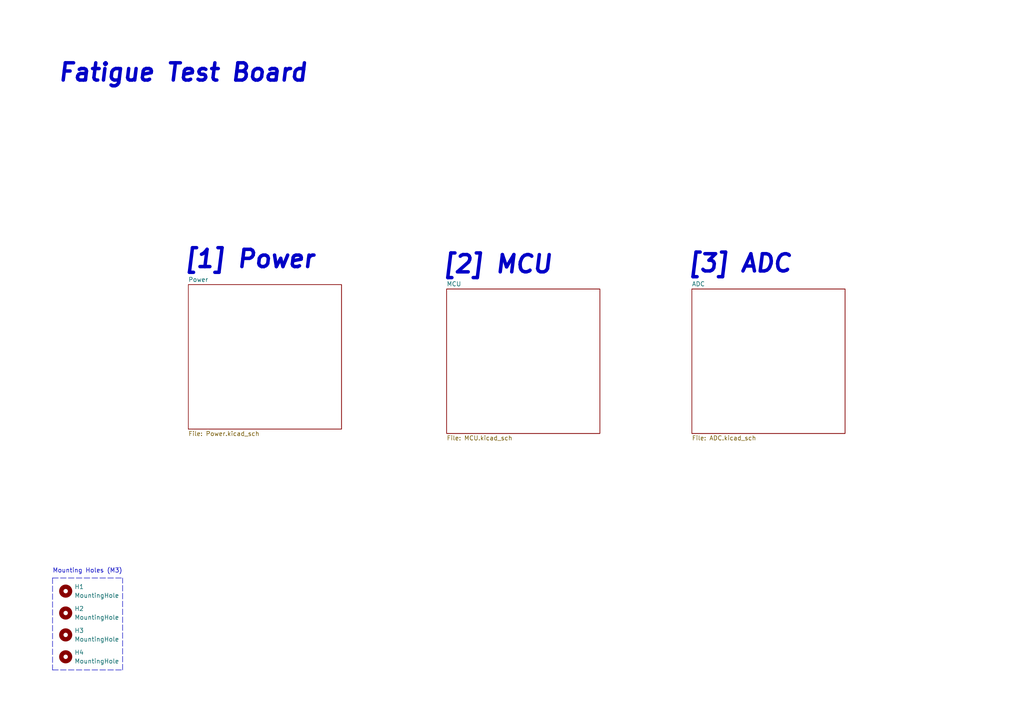
<source format=kicad_sch>
(kicad_sch (version 20250114) (generator "eeschema") (generator_version "9.0")
  (paper "A4")
  (title_block (title "Fatigue Test Board") (date "2025-02-21") (rev "-") (comment 1 "Josue Cavazos Jr."))
  (lib_symbols
    (symbol "Mechanical:MountingHole" (pin_names (offset 1.016))
      (property "Reference" "H" (at 0 5.08 0))
      (property "Value" "MountingHole" (at 0 3.175 0))
      (symbol "MountingHole_0_1"
        (circle (center 0 0) (radius 1.27) (stroke (width 1.27)))
      )
    )
  )
  (text "[2] MCU" (at 128.016 79.756 0) (effects (font (size 5.0038 5.0038) (thickness 1.0008) (bold yes) (italic yes)) (justify left bottom)))
  (text "[3] ADC" (at 199.136 79.502 0) (effects (font (size 5.0038 5.0038) (thickness 1.0008) (bold yes) (italic yes)) (justify left bottom)))
  (text "Fatigue Test Board" (at 16.51 24.13 0) (effects (font (size 5.0038 5.0038) (thickness 1.0008) (bold yes) (italic yes)) (justify left bottom)))
  (text "[1] Power" (at 53.086 78.232 0) (effects (font (size 5.0038 5.0038) (thickness 1.0008) (bold yes) (italic yes)) (justify left bottom)))
  (text "Mounting Holes (M3)" (at 15.24 166.37 0) (effects (font (size 1.27 1.27)) (justify left bottom)))
  (polyline (pts (xy 35.56 194.31) (xy 35.56 167.64)) (stroke (width 0) (type dash)))
  (polyline (pts (xy 15.24 167.64) (xy 35.56 167.64)) (stroke (width 0) (type dash)))
  (polyline (pts (xy 15.24 167.64) (xy 15.24 194.31)) (stroke (width 0) (type dash)))
  (polyline (pts (xy 15.24 194.31) (xy 35.56 194.31)) (stroke (width 0) (type dash)))
  (symbol (lib_id "Mechanical:MountingHole") (at 19.05 171.45 0) (unit 1)
    (property "Reference" "H1" (at 21.59 170.1799 0) (effects (justify left)))
    (property "Value" "MountingHole" (at 21.59 172.7199 0) (effects (justify left)))
    (property "Footprint" "MountingHole:MountingHole_3.2mm_M3" (effects (hide yes)))
  )
  (symbol (lib_id "Mechanical:MountingHole") (at 19.05 190.5 0) (unit 1)
    (property "Reference" "H4" (at 21.59 189.2299 0) (effects (justify left)))
    (property "Value" "MountingHole" (at 21.59 191.7699 0) (effects (justify left)))
    (property "Footprint" "MountingHole:MountingHole_3.2mm_M3" (effects (hide yes)))
  )
  (symbol (lib_id "Mechanical:MountingHole") (at 19.05 177.8 0) (unit 1)
    (property "Reference" "H2" (at 21.59 176.5299 0) (effects (justify left)))
    (property "Value" "MountingHole" (at 21.59 179.0699 0) (effects (justify left)))
    (property "Footprint" "MountingHole:MountingHole_3.2mm_M3" (effects (hide yes)))
  )
  (symbol (lib_id "Mechanical:MountingHole") (at 19.05 184.15 0) (unit 1)
    (property "Reference" "H3" (at 21.59 182.8799 0) (effects (justify left)))
    (property "Value" "MountingHole" (at 21.59 185.4199 0) (effects (justify left)))
    (property "Footprint" "MountingHole:MountingHole_3.2mm_M3" (effects (hide yes)))
  )
  (sheet (at 200.66 83.82) (size 44.45 41.91) (stroke (width 0.1524))
    (property "Sheetname" "ADC" (at 200.66 83.1084 0) (effects (justify left bottom)))
    (property "Sheetfile" "ADC.kicad_sch" (at 200.66 126.3146 0) (effects (justify left top)))
  )
  (sheet (at 54.61 82.55) (size 44.45 41.91) (stroke (width 0.1524))
    (property "Sheetname" "Power" (at 54.61 81.8384 0) (effects (justify left bottom)))
    (property "Sheetfile" "Power.kicad_sch" (at 54.61 125.0446 0) (effects (justify left top)))
  )
  (sheet (at 129.54 83.82) (size 44.45 41.91) (stroke (width 0.1524))
    (property "Sheetname" "MCU" (at 129.54 83.1084 0) (effects (justify left bottom)))
    (property "Sheetfile" "MCU.kicad_sch" (at 129.54 126.3146 0) (effects (justify left top)))
  )
)
</source>
